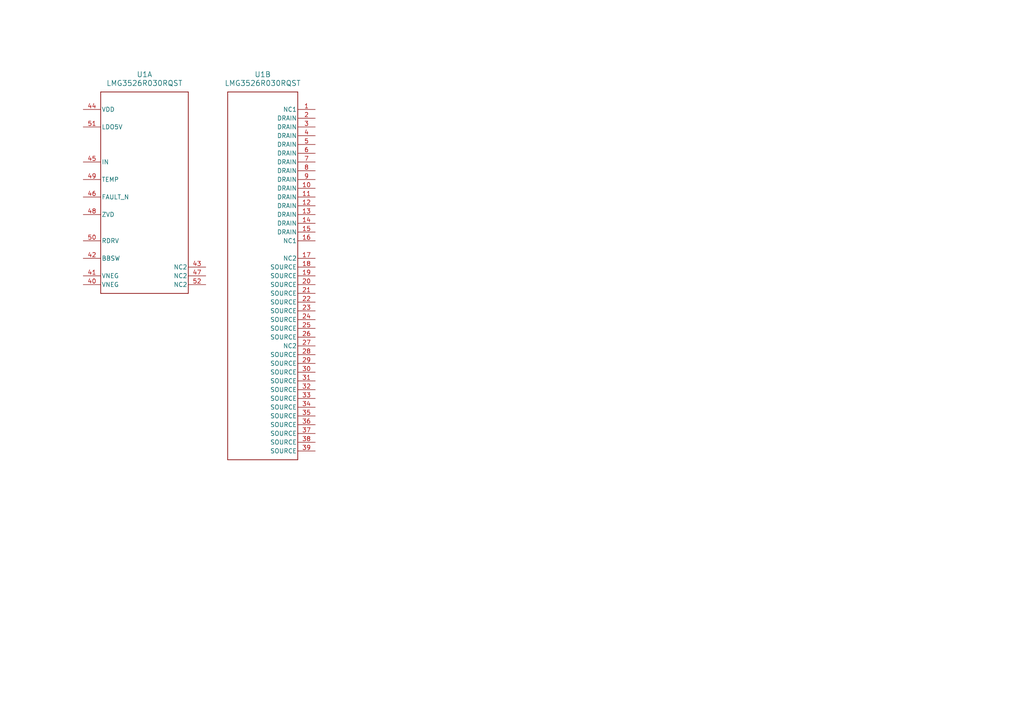
<source format=kicad_sch>
(kicad_sch (version 20231120) (generator "eeschema") (generator_version "8.0")
  (paper "A4")
  (lib_symbols
    (symbol "custom_lib:LMG3526R030RQST" (pin_names (offset 0.254))
      (property "Reference" "U" (at 0 2.54 0))
      (property "Value" "LMG3526R030RQST" (at 0 0 0))
      (symbol "LMG3526R030RQST_1_1"
        (polyline (pts (xy 5.08 -53.34) (xy 30.48 -53.34)) (stroke (width 0.2032)))
        (polyline (pts (xy 5.08 5.08) (xy 5.08 -53.34)) (stroke (width 0.2032)))
        (polyline (pts (xy 30.48 -53.34) (xy 30.48 5.08)) (stroke (width 0.2032)))
        (polyline (pts (xy 30.48 5.08) (xy 5.08 5.08)) (stroke (width 0.2032)))
        (pin unspecified line (at 0 -50.8 0) (length 5.08) (name "VNEG") (number "40"))
        (pin unspecified line (at 0 -48.26 0) (length 5.08) (name "VNEG") (number "41"))
        (pin unspecified line (at 0 -43.18 0) (length 5.08) (name "BBSW") (number "42"))
        (pin unspecified line (at 35.56 -45.72 180) (length 5.08) (name "NC2") (number "43"))
        (pin power_in line (at 0 0 0) (length 5.08) (name "VDD") (number "44"))
        (pin unspecified line (at 0 -15.24 0) (length 5.08) (name "IN") (number "45"))
        (pin output line (at 0 -25.4 0) (length 5.08) (name "FAULT_N") (number "46"))
        (pin unspecified line (at 35.56 -48.26 180) (length 5.08) (name "NC2") (number "47"))
        (pin output line (at 0 -30.48 0) (length 5.08) (name "ZVD") (number "48"))
        (pin unspecified line (at 0 -20.32 0) (length 5.08) (name "TEMP") (number "49"))
        (pin unspecified line (at 0 -38.1 0) (length 5.08) (name "RDRV") (number "50"))
        (pin unspecified line (at 0 -5.08 0) (length 5.08) (name "LDO5V") (number "51"))
        (pin unspecified line (at 35.56 -50.8 180) (length 5.08) (name "NC2") (number "52"))
      )
      (symbol "LMG3526R030RQST_2_1"
        (polyline (pts (xy -25.4 -101.6) (xy -5.08 -101.6)) (stroke (width 0.2032)))
        (polyline (pts (xy -25.4 5.08) (xy -25.4 -101.6)) (stroke (width 0.2032)))
        (polyline (pts (xy -5.08 -101.6) (xy -5.08 5.08)) (stroke (width 0.2032)))
        (polyline (pts (xy -5.08 5.08) (xy -25.4 5.08)) (stroke (width 0.2032)))
        (pin unspecified line (at 0 0 180) (length 5.08) (name "NC1") (number "1"))
        (pin unspecified line (at 0 -22.86 180) (length 5.08) (name "DRAIN") (number "10"))
        (pin unspecified line (at 0 -25.4 180) (length 5.08) (name "DRAIN") (number "11"))
        (pin unspecified line (at 0 -27.94 180) (length 5.08) (name "DRAIN") (number "12"))
        (pin unspecified line (at 0 -30.48 180) (length 5.08) (name "DRAIN") (number "13"))
        (pin unspecified line (at 0 -33.02 180) (length 5.08) (name "DRAIN") (number "14"))
        (pin unspecified line (at 0 -35.56 180) (length 5.08) (name "DRAIN") (number "15"))
        (pin unspecified line (at 0 -38.1 180) (length 5.08) (name "NC1") (number "16"))
        (pin unspecified line (at 0 -43.18 180) (length 5.08) (name "NC2") (number "17"))
        (pin unspecified line (at 0 -45.72 180) (length 5.08) (name "SOURCE") (number "18"))
        (pin unspecified line (at 0 -48.26 180) (length 5.08) (name "SOURCE") (number "19"))
        (pin unspecified line (at 0 -2.54 180) (length 5.08) (name "DRAIN") (number "2"))
        (pin unspecified line (at 0 -50.8 180) (length 5.08) (name "SOURCE") (number "20"))
        (pin unspecified line (at 0 -53.34 180) (length 5.08) (name "SOURCE") (number "21"))
        (pin unspecified line (at 0 -55.88 180) (length 5.08) (name "SOURCE") (number "22"))
        (pin unspecified line (at 0 -58.42 180) (length 5.08) (name "SOURCE") (number "23"))
        (pin unspecified line (at 0 -60.96 180) (length 5.08) (name "SOURCE") (number "24"))
        (pin unspecified line (at 0 -63.5 180) (length 5.08) (name "SOURCE") (number "25"))
        (pin unspecified line (at 0 -66.04 180) (length 5.08) (name "SOURCE") (number "26"))
        (pin unspecified line (at 0 -68.58 180) (length 5.08) (name "NC2") (number "27"))
        (pin unspecified line (at 0 -71.12 180) (length 5.08) (name "SOURCE") (number "28"))
        (pin unspecified line (at 0 -73.66 180) (length 5.08) (name "SOURCE") (number "29"))
        (pin unspecified line (at 0 -5.08 180) (length 5.08) (name "DRAIN") (number "3"))
        (pin unspecified line (at 0 -76.2 180) (length 5.08) (name "SOURCE") (number "30"))
        (pin unspecified line (at 0 -78.74 180) (length 5.08) (name "SOURCE") (number "31"))
        (pin unspecified line (at 0 -81.28 180) (length 5.08) (name "SOURCE") (number "32"))
        (pin unspecified line (at 0 -83.82 180) (length 5.08) (name "SOURCE") (number "33"))
        (pin unspecified line (at 0 -86.36 180) (length 5.08) (name "SOURCE") (number "34"))
        (pin unspecified line (at 0 -88.9 180) (length 5.08) (name "SOURCE") (number "35"))
        (pin unspecified line (at 0 -91.44 180) (length 5.08) (name "SOURCE") (number "36"))
        (pin unspecified line (at 0 -93.98 180) (length 5.08) (name "SOURCE") (number "37"))
        (pin unspecified line (at 0 -96.52 180) (length 5.08) (name "SOURCE") (number "38"))
        (pin unspecified line (at 0 -99.06 180) (length 5.08) (name "SOURCE") (number "39"))
        (pin unspecified line (at 0 -7.62 180) (length 5.08) (name "DRAIN") (number "4"))
        (pin unspecified line (at 0 -10.16 180) (length 5.08) (name "DRAIN") (number "5"))
        (pin unspecified line (at 0 -12.7 180) (length 5.08) (name "DRAIN") (number "6"))
        (pin unspecified line (at 0 -15.24 180) (length 5.08) (name "DRAIN") (number "7"))
        (pin unspecified line (at 0 -17.78 180) (length 5.08) (name "DRAIN") (number "8"))
        (pin unspecified line (at 0 -20.32 180) (length 5.08) (name "DRAIN") (number "9"))
      )
    )
  )
  (symbol (lib_id "custom_lib:LMG3526R030RQST") (at 91.44 31.75 0) (unit 2)
    (property "Reference" "U1" (at 76.2 21.59 0) (effects (font (size 1.524 1.524))))
    (property "Value" "LMG3526R030RQST" (at 76.2 24.13 0) (effects (font (size 1.524 1.524))))
    (property "Footprint" "custom_lib:RQS0052C-C01-MFG" (effects (hide yes)))
    (property "Datasheet" "LMG3526R030RQST" (effects (hide yes)))
  )
  (symbol (lib_id "custom_lib:LMG3526R030RQST") (at 24.13 31.75 0) (unit 1)
    (property "Reference" "U1" (at 41.91 21.59 0) (effects (font (size 1.524 1.524))))
    (property "Value" "LMG3526R030RQST" (at 41.91 24.13 0) (effects (font (size 1.524 1.524))))
    (property "Footprint" "custom_lib:RQS0052C-C01-MFG" (effects (hide yes)))
    (property "Datasheet" "LMG3526R030RQST" (effects (hide yes)))
  )
)
</source>
